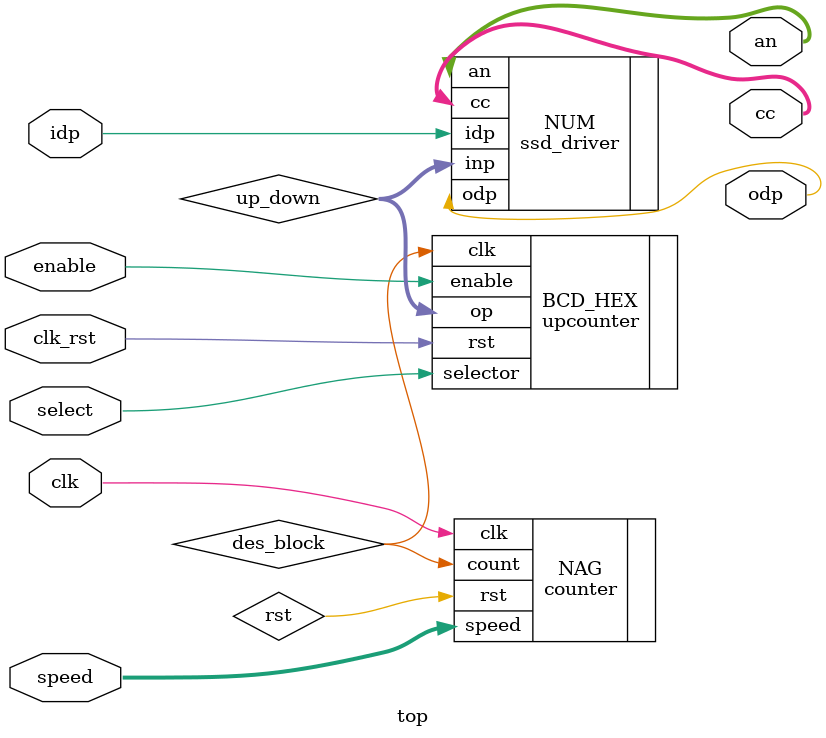
<source format=v>
`timescale 1ns / 1ps

module top(
   // input rst,
    input clk_rst,
    input clk,
    input enable,
    input select,
    input idp,
    input [4:0] speed,
    output [6:0] cc,
    output odp,
    output [7:0] an
    );
    
    wire [3:0] up_down;
    wire des_block;
    wire rst;
  //  assign clk_rst = rst;
    
    upcounter BCD_HEX(
            .clk(des_block),
            .enable(enable),
            .selector(select),
            .rst(clk_rst),
            .op(up_down)
          );
    
   // counter #(.SIZE(32)) NAG(
       counter NAG(
            .clk(clk),
            .rst(rst),
            .speed(speed),
            .count(des_block)   
          );
    
    ssd_driver NUM(
             .inp(up_down),
             .idp(idp),
             .cc(cc),
             .odp(odp),
             .an(an)
    
          );
    
    
endmodule

</source>
